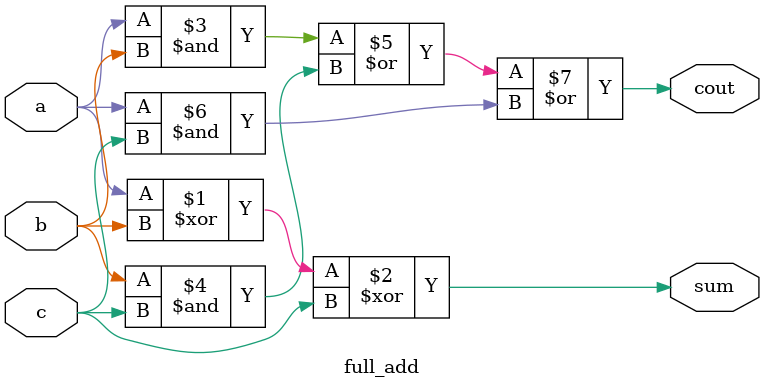
<source format=v>
module full_add(sum,cout,a,b,c);
input a,b,c;
output sum,cout;
  assign sum =(a^b^c);
  assign cout=(a&b) | (b&c)| (a&c);

endmodule

</source>
